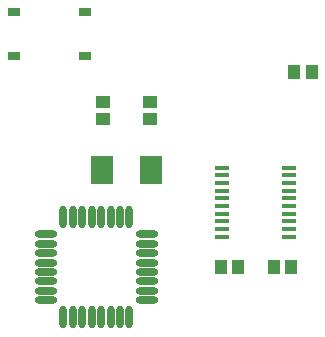
<source format=gbp>
G04*
G04 #@! TF.GenerationSoftware,Altium Limited,Altium Designer,23.2.1 (34)*
G04*
G04 Layer_Color=128*
%FSLAX25Y25*%
%MOIN*%
G70*
G04*
G04 #@! TF.SameCoordinates,7C5D3EEA-5F35-4E34-AFA4-0489F6894B71*
G04*
G04*
G04 #@! TF.FilePolarity,Positive*
G04*
G01*
G75*
%ADD15R,0.03960X0.05151*%
%ADD16R,0.03937X0.04921*%
G04:AMPARAMS|DCode=19|XSize=15.75mil|YSize=47.24mil|CornerRadius=1.97mil|HoleSize=0mil|Usage=FLASHONLY|Rotation=270.000|XOffset=0mil|YOffset=0mil|HoleType=Round|Shape=RoundedRectangle|*
%AMROUNDEDRECTD19*
21,1,0.01575,0.04331,0,0,270.0*
21,1,0.01181,0.04724,0,0,270.0*
1,1,0.00394,-0.02165,-0.00591*
1,1,0.00394,-0.02165,0.00591*
1,1,0.00394,0.02165,0.00591*
1,1,0.00394,0.02165,-0.00591*
%
%ADD19ROUNDEDRECTD19*%
%ADD20R,0.05151X0.03960*%
%ADD22R,0.07480X0.09449*%
%ADD60R,0.03937X0.02756*%
%ADD61O,0.07677X0.02362*%
%ADD62O,0.02362X0.07677*%
D15*
X114080Y55118D02*
D03*
X108361D02*
D03*
X90645D02*
D03*
X96363D02*
D03*
D16*
X115157Y120079D02*
D03*
X121063D02*
D03*
D19*
X91142Y65256D02*
D03*
X91142Y67815D02*
D03*
X91142Y70374D02*
D03*
X91142Y72933D02*
D03*
Y75492D02*
D03*
Y78051D02*
D03*
Y80610D02*
D03*
X91142Y83169D02*
D03*
X91142Y85728D02*
D03*
X91142Y88287D02*
D03*
X113583Y65256D02*
D03*
X113583Y67815D02*
D03*
X113583Y70374D02*
D03*
X113583Y72933D02*
D03*
Y75492D02*
D03*
Y78051D02*
D03*
Y80610D02*
D03*
X113583Y83169D02*
D03*
X113583Y85728D02*
D03*
X113583Y88287D02*
D03*
D20*
X51354Y110143D02*
D03*
Y104424D02*
D03*
X67102Y110143D02*
D03*
Y104424D02*
D03*
D22*
X51157Y87599D02*
D03*
X67299D02*
D03*
D60*
X45276Y140158D02*
D03*
X21654D02*
D03*
X45276Y125591D02*
D03*
X21654D02*
D03*
D61*
X32480Y66142D02*
D03*
X32480Y62992D02*
D03*
X32480Y59843D02*
D03*
Y56693D02*
D03*
Y53543D02*
D03*
Y50394D02*
D03*
Y47244D02*
D03*
Y44094D02*
D03*
X65945D02*
D03*
Y47244D02*
D03*
Y50394D02*
D03*
Y53543D02*
D03*
Y56693D02*
D03*
Y59843D02*
D03*
X65945Y62992D02*
D03*
X65945Y66142D02*
D03*
D62*
X38189Y38386D02*
D03*
X41338D02*
D03*
X44488D02*
D03*
X47638D02*
D03*
X50787D02*
D03*
X53937D02*
D03*
X57086D02*
D03*
X60236D02*
D03*
Y71850D02*
D03*
X57086D02*
D03*
X53937D02*
D03*
X50787D02*
D03*
X47638D02*
D03*
X44488D02*
D03*
X41338D02*
D03*
X38189D02*
D03*
M02*

</source>
